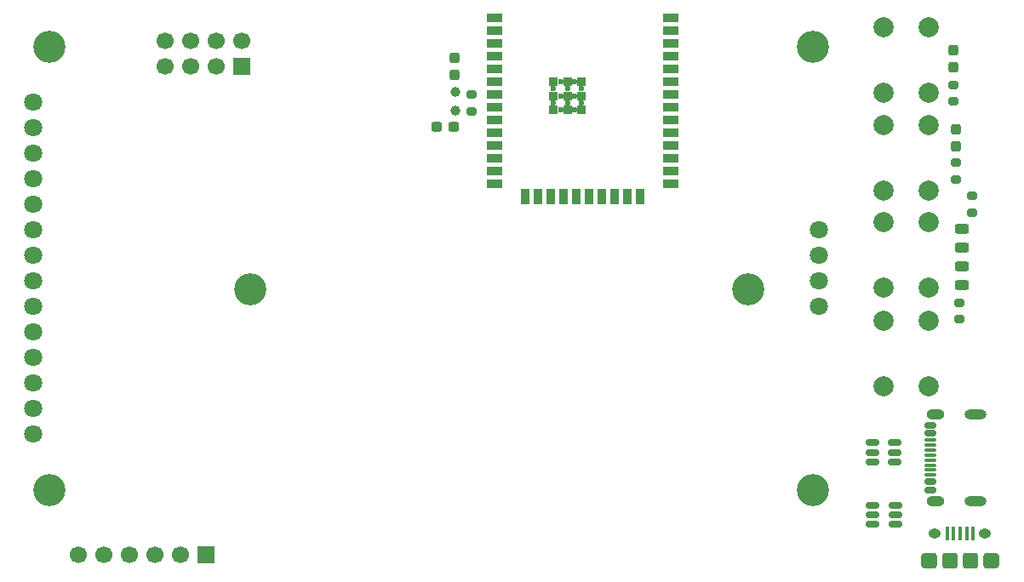
<source format=gts>
%TF.GenerationSoftware,KiCad,Pcbnew,9.0.1*%
%TF.CreationDate,2025-12-02T19:06:14+01:00*%
%TF.ProjectId,stacja_pogody_modu__wew,73746163-6a61-45f7-906f-676f64795f6d,rev?*%
%TF.SameCoordinates,Original*%
%TF.FileFunction,Soldermask,Top*%
%TF.FilePolarity,Negative*%
%FSLAX46Y46*%
G04 Gerber Fmt 4.6, Leading zero omitted, Abs format (unit mm)*
G04 Created by KiCad (PCBNEW 9.0.1) date 2025-12-02 19:06:14*
%MOMM*%
%LPD*%
G01*
G04 APERTURE LIST*
G04 Aperture macros list*
%AMRoundRect*
0 Rectangle with rounded corners*
0 $1 Rounding radius*
0 $2 $3 $4 $5 $6 $7 $8 $9 X,Y pos of 4 corners*
0 Add a 4 corners polygon primitive as box body*
4,1,4,$2,$3,$4,$5,$6,$7,$8,$9,$2,$3,0*
0 Add four circle primitives for the rounded corners*
1,1,$1+$1,$2,$3*
1,1,$1+$1,$4,$5*
1,1,$1+$1,$6,$7*
1,1,$1+$1,$8,$9*
0 Add four rect primitives between the rounded corners*
20,1,$1+$1,$2,$3,$4,$5,0*
20,1,$1+$1,$4,$5,$6,$7,0*
20,1,$1+$1,$6,$7,$8,$9,0*
20,1,$1+$1,$8,$9,$2,$3,0*%
G04 Aperture macros list end*
%ADD10RoundRect,0.150000X0.425000X-0.150000X0.425000X0.150000X-0.425000X0.150000X-0.425000X-0.150000X0*%
%ADD11RoundRect,0.075000X0.500000X-0.075000X0.500000X0.075000X-0.500000X0.075000X-0.500000X-0.075000X0*%
%ADD12O,1.800000X1.000000*%
%ADD13O,2.200000X1.000000*%
%ADD14C,3.200000*%
%ADD15C,1.800000*%
%ADD16R,1.700000X1.700000*%
%ADD17C,1.700000*%
%ADD18C,2.000000*%
%ADD19RoundRect,0.237500X-0.237500X0.300000X-0.237500X-0.300000X0.237500X-0.300000X0.237500X0.300000X0*%
%ADD20RoundRect,0.200000X0.275000X-0.200000X0.275000X0.200000X-0.275000X0.200000X-0.275000X-0.200000X0*%
%ADD21RoundRect,0.243750X0.456250X-0.243750X0.456250X0.243750X-0.456250X0.243750X-0.456250X-0.243750X0*%
%ADD22RoundRect,0.200000X-0.275000X0.200000X-0.275000X-0.200000X0.275000X-0.200000X0.275000X0.200000X0*%
%ADD23C,1.000000*%
%ADD24RoundRect,0.150000X0.512500X0.150000X-0.512500X0.150000X-0.512500X-0.150000X0.512500X-0.150000X0*%
%ADD25R,1.500000X0.900000*%
%ADD26R,0.900000X1.500000*%
%ADD27R,0.900000X0.900000*%
%ADD28C,0.600000*%
%ADD29RoundRect,0.237500X-0.300000X-0.237500X0.300000X-0.237500X0.300000X0.237500X-0.300000X0.237500X0*%
%ADD30RoundRect,0.100000X-0.100000X-0.575000X0.100000X-0.575000X0.100000X0.575000X-0.100000X0.575000X0*%
%ADD31O,0.890000X1.550000*%
%ADD32RoundRect,0.250000X-0.475000X-0.525000X0.475000X-0.525000X0.475000X0.525000X-0.475000X0.525000X0*%
%ADD33O,1.250000X0.950000*%
%ADD34RoundRect,0.250000X-0.500000X-0.525000X0.500000X-0.525000X0.500000X0.525000X-0.500000X0.525000X0*%
%ADD35RoundRect,0.243750X-0.456250X0.243750X-0.456250X-0.243750X0.456250X-0.243750X0.456250X0.243750X0*%
G04 APERTURE END LIST*
D10*
%TO.C,J3*%
X192600000Y-106960000D03*
X192600000Y-106160000D03*
D11*
X192600000Y-105010000D03*
X192600000Y-104010000D03*
X192600000Y-103510000D03*
X192600000Y-102510000D03*
D10*
X192600000Y-101360000D03*
X192600000Y-100560000D03*
X192600000Y-100560000D03*
X192600000Y-101360000D03*
D11*
X192600000Y-102010000D03*
X192600000Y-103010000D03*
X192600000Y-104510000D03*
X192600000Y-105510000D03*
D10*
X192600000Y-106160000D03*
X192600000Y-106960000D03*
D12*
X193175000Y-108080000D03*
D13*
X197155000Y-108080000D03*
D12*
X193175000Y-99440000D03*
D13*
X197155000Y-99440000D03*
%TD*%
D14*
%TO.C,H2*%
X174500000Y-87000000D03*
%TD*%
%TO.C,U3*%
X180918400Y-106995026D03*
X180918044Y-62894849D03*
X105024743Y-62907515D03*
X105018400Y-106995026D03*
D15*
X103419672Y-68399569D03*
X103419672Y-70939569D03*
X103419672Y-73479569D03*
X103419672Y-76019569D03*
X103419672Y-78559569D03*
X103419672Y-81099569D03*
X103419672Y-83639569D03*
X103419672Y-86179569D03*
X103419672Y-88719569D03*
X103419672Y-91259569D03*
X103419672Y-93799569D03*
X103419672Y-96339569D03*
X103419672Y-98879569D03*
X103419672Y-101419569D03*
X181518044Y-81099849D03*
X181518044Y-83639849D03*
X181518044Y-86179849D03*
X181518044Y-88719849D03*
%TD*%
D16*
%TO.C,J2*%
X120620000Y-113440000D03*
D17*
X118080000Y-113440000D03*
X115540000Y-113440000D03*
X113000000Y-113440000D03*
X110460000Y-113440000D03*
X107920000Y-113440000D03*
%TD*%
D18*
%TO.C,SW4*%
X192440000Y-90190000D03*
X192440000Y-96690000D03*
X187940000Y-90190000D03*
X187940000Y-96690000D03*
%TD*%
D19*
%TO.C,C16*%
X145280000Y-63957500D03*
X145280000Y-65682500D03*
%TD*%
D20*
%TO.C,R16*%
X195490000Y-90010000D03*
X195490000Y-88360000D03*
%TD*%
D19*
%TO.C,C3*%
X194910000Y-63217500D03*
X194910000Y-64942500D03*
%TD*%
D21*
%TO.C,D1*%
X195770000Y-82857500D03*
X195770000Y-80982500D03*
%TD*%
D22*
%TO.C,R13*%
X196770000Y-77735000D03*
X196770000Y-79385000D03*
%TD*%
D23*
%TO.C,Y2*%
X145360000Y-67370000D03*
X145360000Y-69270000D03*
%TD*%
D18*
%TO.C,SW3*%
X192480000Y-80370000D03*
X192480000Y-86870000D03*
X187980000Y-80370000D03*
X187980000Y-86870000D03*
%TD*%
D24*
%TO.C,U4*%
X189115000Y-104200000D03*
X189115000Y-103250000D03*
X189115000Y-102300000D03*
X186840000Y-102300000D03*
X186840000Y-103250000D03*
X186840000Y-104200000D03*
%TD*%
D18*
%TO.C,SW2*%
X187990000Y-67460000D03*
X187990000Y-60960000D03*
X192490000Y-67460000D03*
X192490000Y-60960000D03*
%TD*%
D24*
%TO.C,U1*%
X189145000Y-110400000D03*
X189145000Y-109450000D03*
X189145000Y-108500000D03*
X186870000Y-108500000D03*
X186870000Y-109450000D03*
X186870000Y-110400000D03*
%TD*%
D14*
%TO.C,H1*%
X125000000Y-87000000D03*
%TD*%
D25*
%TO.C,U2*%
X149310000Y-60050000D03*
X149310000Y-61320000D03*
X149310000Y-62590000D03*
X149310000Y-63860000D03*
X149310000Y-65130000D03*
X149310000Y-66400000D03*
X149310000Y-67670000D03*
X149310000Y-68940000D03*
X149310000Y-70210000D03*
X149310000Y-71480000D03*
X149310000Y-72750000D03*
X149310000Y-74020000D03*
X149310000Y-75290000D03*
X149310000Y-76560000D03*
D26*
X152345000Y-77810000D03*
X153615000Y-77810000D03*
X154885000Y-77810000D03*
X156155000Y-77810000D03*
X157425000Y-77810000D03*
X158695000Y-77810000D03*
X159965000Y-77810000D03*
X161235000Y-77810000D03*
X162505000Y-77810000D03*
X163775000Y-77810000D03*
D25*
X166810000Y-76560000D03*
X166810000Y-75290000D03*
X166810000Y-74020000D03*
X166810000Y-72750000D03*
X166810000Y-71480000D03*
X166810000Y-70210000D03*
X166810000Y-68940000D03*
X166810000Y-67670000D03*
X166810000Y-66400000D03*
X166810000Y-65130000D03*
X166810000Y-63860000D03*
X166810000Y-62590000D03*
X166810000Y-61320000D03*
X166810000Y-60050000D03*
D27*
X155160000Y-66370000D03*
D28*
X155160000Y-67070000D03*
D27*
X155160000Y-67770000D03*
D28*
X155160000Y-68470000D03*
D27*
X155160000Y-69170000D03*
D28*
X155860000Y-66370000D03*
X155860000Y-67770000D03*
X155860000Y-69170000D03*
D27*
X156560000Y-66370000D03*
D28*
X156560000Y-67070000D03*
D27*
X156560000Y-67770000D03*
D28*
X156560000Y-68470000D03*
D27*
X156560000Y-69170000D03*
D28*
X157260000Y-66370000D03*
X157260000Y-67770000D03*
X157260000Y-69170000D03*
D27*
X157960000Y-66370000D03*
D28*
X157960000Y-67070000D03*
D27*
X157960000Y-67770000D03*
D28*
X157960000Y-68470000D03*
D27*
X157960000Y-69170000D03*
%TD*%
D22*
%TO.C,R17*%
X147000000Y-67645000D03*
X147000000Y-69295000D03*
%TD*%
%TO.C,R1*%
X195170000Y-74445000D03*
X195170000Y-76095000D03*
%TD*%
D29*
%TO.C,C15*%
X143517500Y-70880000D03*
X145242500Y-70880000D03*
%TD*%
D30*
%TO.C,J1*%
X194290000Y-111290000D03*
X194940000Y-111290000D03*
X195590000Y-111290000D03*
X196240000Y-111290000D03*
X196890000Y-111290000D03*
D31*
X192090000Y-113990000D03*
D32*
X192565000Y-113990000D03*
D33*
X193090000Y-111290000D03*
D34*
X194590000Y-113990000D03*
X196590000Y-113990000D03*
D33*
X198090000Y-111290000D03*
D32*
X198615000Y-113990000D03*
D31*
X199090000Y-113990000D03*
%TD*%
D35*
%TO.C,D3*%
X195740000Y-84722500D03*
X195740000Y-86597500D03*
%TD*%
D22*
%TO.C,R3*%
X194930000Y-66665000D03*
X194930000Y-68315000D03*
%TD*%
D18*
%TO.C,SW1*%
X187990000Y-77180000D03*
X187990000Y-70680000D03*
X192490000Y-77180000D03*
X192490000Y-70680000D03*
%TD*%
D19*
%TO.C,C1*%
X195170000Y-71067500D03*
X195170000Y-72792500D03*
%TD*%
D16*
%TO.C,U5*%
X124170000Y-64840000D03*
D17*
X124170000Y-62300000D03*
X121630000Y-64840000D03*
X121630000Y-62300000D03*
X119090000Y-64840000D03*
X119090000Y-62300000D03*
X116550000Y-64840000D03*
X116550000Y-62300000D03*
%TD*%
M02*

</source>
